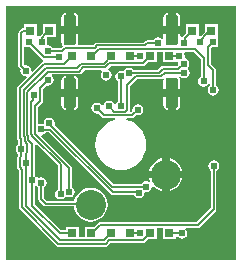
<source format=gtl>
G04*
G04 #@! TF.GenerationSoftware,Altium Limited,Altium Designer,20.0.14 (345)*
G04*
G04 Layer_Physical_Order=1*
G04 Layer_Color=255*
%FSLAX25Y25*%
%MOIN*%
G70*
G01*
G75*
%ADD10C,0.00600*%
%ADD14R,0.02000X0.02400*%
%ADD15R,0.03150X0.02953*%
G04:AMPARAMS|DCode=21|XSize=43.31mil|YSize=102.36mil|CornerRadius=10.83mil|HoleSize=0mil|Usage=FLASHONLY|Rotation=0.000|XOffset=0mil|YOffset=0mil|HoleType=Round|Shape=RoundedRectangle|*
%AMROUNDEDRECTD21*
21,1,0.04331,0.08071,0,0,0.0*
21,1,0.02165,0.10236,0,0,0.0*
1,1,0.02165,0.01083,-0.04035*
1,1,0.02165,-0.01083,-0.04035*
1,1,0.02165,-0.01083,0.04035*
1,1,0.02165,0.01083,0.04035*
%
%ADD21ROUNDEDRECTD21*%
%ADD22C,0.10000*%
%ADD23C,0.02400*%
G36*
X38350Y-38350D02*
X-38350D01*
Y46224D01*
X38350D01*
Y-38350D01*
D02*
G37*
%LPC*%
G36*
X18258Y43946D02*
Y39478D01*
X19806D01*
Y42264D01*
X19676Y42920D01*
X19304Y43477D01*
X18747Y43849D01*
X18258Y43946D01*
D02*
G37*
G36*
X15758D02*
X15269Y43849D01*
X14712Y43477D01*
X14340Y42920D01*
X14209Y42264D01*
Y39478D01*
X15758D01*
Y43946D01*
D02*
G37*
G36*
X-15758D02*
Y39478D01*
X-14209D01*
Y42264D01*
X-14340Y42920D01*
X-14712Y43477D01*
X-15269Y43849D01*
X-15758Y43946D01*
D02*
G37*
G36*
X-18258D02*
X-18747Y43849D01*
X-19304Y43477D01*
X-19676Y42920D01*
X-19806Y42264D01*
Y39478D01*
X-18258D01*
Y43946D01*
D02*
G37*
G36*
X32324Y40076D02*
X27975D01*
Y37473D01*
X26602Y36100D01*
X26025D01*
Y40076D01*
X21676D01*
Y37221D01*
X20657Y36203D01*
X20458Y35905D01*
X20306Y35868D01*
X19806Y36259D01*
Y36978D01*
X14209D01*
Y35356D01*
X13710Y35204D01*
X13647Y35298D01*
X13051Y35696D01*
X12349Y35835D01*
X11647Y35696D01*
X11051Y35298D01*
X10664Y34718D01*
X8700D01*
X8349Y34648D01*
X8051Y34449D01*
X7620Y34018D01*
X-7849D01*
X-8200Y33948D01*
X-8498Y33749D01*
X-9119Y33128D01*
X-14058D01*
X-14322Y33628D01*
X-14209Y34193D01*
Y36978D01*
X-19806D01*
Y34193D01*
X-19676Y33536D01*
X-19536Y33328D01*
X-19359Y32908D01*
X-19602Y32595D01*
X-20080Y32118D01*
X-22613D01*
X-22867Y32498D01*
X-23463Y32896D01*
X-24165Y33035D01*
X-24314Y33006D01*
X-24700Y33323D01*
Y35853D01*
X-24629Y35924D01*
X-21676D01*
Y40076D01*
X-26025D01*
Y37123D01*
X-26949Y36199D01*
X-27015Y36100D01*
X-27900Y36100D01*
X-27975Y36569D01*
Y40076D01*
X-32324D01*
Y38918D01*
X-32500D01*
X-32851Y38848D01*
X-33149Y38649D01*
X-33849Y37949D01*
X-34048Y37651D01*
X-34118Y37300D01*
Y26183D01*
X-34048Y25832D01*
X-33849Y25534D01*
X-33423Y25108D01*
X-33512Y24660D01*
X-33373Y23958D01*
X-32975Y23362D01*
X-32379Y22964D01*
X-31677Y22825D01*
X-31527Y22855D01*
X-31281Y22394D01*
X-34249Y19426D01*
X-34448Y19128D01*
X-34518Y18777D01*
Y2264D01*
X-34448Y1913D01*
X-34249Y1616D01*
X-34218Y1584D01*
Y-13D01*
X-34549Y-234D01*
X-34947Y-830D01*
X-35086Y-1532D01*
X-34947Y-2234D01*
X-34549Y-2830D01*
X-34142Y-3101D01*
X-34111Y-3613D01*
X-34417Y-3919D01*
X-34616Y-4217D01*
X-34686Y-4568D01*
Y-7600D01*
X-34616Y-7951D01*
X-34417Y-8249D01*
X-33886Y-8780D01*
Y-20870D01*
X-33816Y-21221D01*
X-33617Y-21519D01*
X-21473Y-33664D01*
X-21376Y-33728D01*
X-21311Y-33825D01*
X-21013Y-34024D01*
X-20662Y-34094D01*
X-5086D01*
X-4735Y-34024D01*
X-4437Y-33825D01*
X-3406Y-32794D01*
X7376D01*
X7727Y-32724D01*
X8024Y-32525D01*
X8973Y-31576D01*
X12025D01*
Y-27718D01*
X13975D01*
Y-31576D01*
X18324D01*
Y-30754D01*
X18824Y-30632D01*
X19002Y-30898D01*
X19598Y-31296D01*
X20300Y-31435D01*
X21002Y-31296D01*
X21598Y-30898D01*
X21996Y-30302D01*
X22135Y-29600D01*
X21996Y-28898D01*
X21598Y-28302D01*
X21471Y-28218D01*
X21623Y-27718D01*
X25600D01*
X25951Y-27648D01*
X26249Y-27449D01*
X31623Y-22075D01*
X31822Y-21777D01*
X31892Y-21426D01*
Y-8647D01*
X32272Y-8393D01*
X32670Y-7798D01*
X32809Y-7096D01*
X32670Y-6393D01*
X32272Y-5798D01*
X31676Y-5400D01*
X30974Y-5260D01*
X30272Y-5400D01*
X29676Y-5798D01*
X29278Y-6393D01*
X29139Y-7096D01*
X29278Y-7798D01*
X29676Y-8393D01*
X30056Y-8647D01*
Y-21046D01*
X25220Y-25882D01*
X-7052D01*
X-7403Y-25952D01*
X-7701Y-26151D01*
X-8973Y-27424D01*
X-12025D01*
Y-30959D01*
X-13975D01*
Y-27424D01*
X-18324D01*
Y-28582D01*
X-19889D01*
X-28533Y-19938D01*
Y-13898D01*
X-28033Y-13746D01*
X-27882Y-13973D01*
X-27502Y-14227D01*
Y-18116D01*
X-27432Y-18467D01*
X-27233Y-18765D01*
X-25649Y-20349D01*
X-25351Y-20548D01*
X-25000Y-20618D01*
X-15567D01*
X-15456Y-21462D01*
X-14892Y-22824D01*
X-13994Y-23994D01*
X-12824Y-24892D01*
X-11462Y-25456D01*
X-10000Y-25648D01*
X-8538Y-25456D01*
X-7176Y-24892D01*
X-6006Y-23994D01*
X-5108Y-22824D01*
X-4544Y-21462D01*
X-4352Y-20000D01*
X-4544Y-18538D01*
X-5108Y-17176D01*
X-6006Y-16006D01*
X-7176Y-15108D01*
X-8538Y-14544D01*
X-10000Y-14352D01*
X-11462Y-14544D01*
X-12824Y-15108D01*
X-13994Y-16006D01*
X-14892Y-17176D01*
X-15456Y-18538D01*
X-15488Y-18782D01*
X-24620D01*
X-25667Y-17736D01*
Y-14227D01*
X-25287Y-13973D01*
X-24889Y-13377D01*
X-24749Y-12675D01*
X-24889Y-11973D01*
X-25287Y-11377D01*
X-25882Y-10979D01*
X-26584Y-10840D01*
X-27287Y-10979D01*
X-27420Y-11069D01*
X-28082Y-10909D01*
X-28253Y-10653D01*
X-28533Y-10466D01*
Y-169D01*
X-28033Y38D01*
X-20997Y-6998D01*
Y-14894D01*
X-21377Y-15148D01*
X-21775Y-15743D01*
X-21915Y-16445D01*
X-21775Y-17148D01*
X-21377Y-17743D01*
X-20782Y-18141D01*
X-20079Y-18281D01*
X-19377Y-18141D01*
X-18782Y-17743D01*
X-18384Y-17148D01*
X-18359Y-17138D01*
X-17840Y-17485D01*
X-17138Y-17624D01*
X-16435Y-17485D01*
X-15840Y-17087D01*
X-15442Y-16491D01*
X-15302Y-15789D01*
X-15442Y-15087D01*
X-15840Y-14491D01*
X-16220Y-14237D01*
Y-7863D01*
X-16290Y-7511D01*
X-16489Y-7214D01*
X-26463Y2761D01*
X-26268Y3273D01*
X-25768Y3373D01*
X-25172Y3770D01*
X-24959Y4090D01*
X-24024D01*
X-3345Y-16589D01*
X-3048Y-16788D01*
X-2697Y-16858D01*
X4341D01*
X4702Y-17398D01*
X5298Y-17796D01*
X6000Y-17935D01*
X6702Y-17796D01*
X7298Y-17398D01*
X7696Y-16802D01*
X7835Y-16100D01*
X8279Y-15769D01*
X8492Y-15812D01*
X9194Y-15672D01*
X9789Y-15274D01*
X10187Y-14679D01*
X10327Y-13976D01*
X10315Y-13914D01*
X10782Y-13702D01*
X11006Y-13994D01*
X12176Y-14892D01*
X13538Y-15456D01*
X13750Y-15484D01*
Y-11250D01*
X9516D01*
X9544Y-11462D01*
X9803Y-12086D01*
X9399Y-12418D01*
X9194Y-12281D01*
X8492Y-12141D01*
X7789Y-12281D01*
X7194Y-12679D01*
X6940Y-13059D01*
X-2442D01*
X-22076Y6576D01*
X-21971Y7108D01*
X-22110Y7810D01*
X-22508Y8405D01*
X-23104Y8803D01*
X-23806Y8943D01*
X-24508Y8803D01*
X-25104Y8405D01*
X-25501Y7810D01*
X-25622Y7206D01*
X-25657Y7098D01*
X-26096Y6829D01*
X-26470Y6903D01*
X-27152Y6768D01*
X-27241Y6759D01*
X-27652Y7022D01*
Y12420D01*
X-26251Y13821D01*
X-26052Y14119D01*
X-25982Y14470D01*
Y18392D01*
X-24613Y19761D01*
X-24165Y19671D01*
X-23463Y19811D01*
X-22867Y20209D01*
X-22469Y20804D01*
X-22330Y21507D01*
X-22469Y22209D01*
X-22867Y22804D01*
X-22984Y22882D01*
X-22832Y23382D01*
X-13855D01*
X-13504Y23452D01*
X-13206Y23651D01*
X-12075Y24782D01*
X-6442D01*
X-6254Y24282D01*
X-6566Y23814D01*
X-6706Y23112D01*
X-6566Y22410D01*
X-6169Y21814D01*
X-5573Y21416D01*
X-4871Y21277D01*
X-4169Y21416D01*
X-3573Y21814D01*
X-3175Y22410D01*
X-3036Y23112D01*
X-3175Y23814D01*
X-3573Y24410D01*
X-4126Y24779D01*
X-4178Y24857D01*
X-4274Y25338D01*
X-3430Y26182D01*
X7352D01*
X7703Y26252D01*
X8001Y26451D01*
X8973Y27424D01*
X12025D01*
Y30982D01*
X13975D01*
Y27424D01*
X18324D01*
Y27646D01*
X18433Y27714D01*
X19068Y27571D01*
X19226Y27309D01*
X19165Y27000D01*
X19254Y26552D01*
X18820Y26118D01*
X13900D01*
X13549Y26048D01*
X13251Y25849D01*
X12220Y24818D01*
X4306D01*
X4119Y25098D01*
X3524Y25496D01*
X2821Y25635D01*
X2119Y25496D01*
X1524Y25098D01*
X1229Y24657D01*
X807Y24457D01*
X601Y24428D01*
X0Y24547D01*
X-702Y24407D01*
X-1298Y24010D01*
X-1696Y23414D01*
X-1835Y22712D01*
X-1696Y22009D01*
X-1298Y21414D01*
X-918Y21160D01*
Y14552D01*
X-1298Y14298D01*
X-1696Y13702D01*
X-1782Y13268D01*
X-2292D01*
X-2328Y13449D01*
X-2726Y14044D01*
X-3321Y14442D01*
X-4023Y14582D01*
X-4726Y14442D01*
X-5321Y14044D01*
X-5719Y13449D01*
X-5825Y12916D01*
X-6100Y12851D01*
X-6345Y12863D01*
X-6702Y13398D01*
X-7298Y13796D01*
X-8000Y13935D01*
X-8702Y13796D01*
X-9298Y13398D01*
X-9696Y12802D01*
X-9835Y12100D01*
X-9696Y11398D01*
X-9298Y10802D01*
X-8702Y10404D01*
X-8000Y10265D01*
X-7552Y10354D01*
X-6249Y9051D01*
X-5951Y8852D01*
X-5600Y8782D01*
X-1963D01*
X-1889Y8282D01*
X-3259Y7867D01*
X-4731Y7080D01*
X-6021Y6021D01*
X-7080Y4731D01*
X-7867Y3259D01*
X-8351Y1661D01*
X-8515Y0D01*
X-8351Y-1661D01*
X-7867Y-3259D01*
X-7080Y-4731D01*
X-6021Y-6021D01*
X-4731Y-7080D01*
X-3259Y-7867D01*
X-1661Y-8351D01*
X0Y-8515D01*
X1661Y-8351D01*
X3259Y-7867D01*
X4731Y-7080D01*
X6021Y-6021D01*
X7080Y-4731D01*
X7867Y-3259D01*
X8351Y-1661D01*
X8515Y0D01*
X8351Y1661D01*
X7867Y3259D01*
X7080Y4731D01*
X6021Y6021D01*
X4731Y7080D01*
X3259Y7867D01*
X1889Y8282D01*
X1963Y8782D01*
X3728D01*
X4080Y8852D01*
X4377Y9051D01*
X5158Y9832D01*
X5607Y9743D01*
X6309Y9883D01*
X6904Y10281D01*
X7302Y10876D01*
X7442Y11578D01*
X7302Y12281D01*
X6904Y12876D01*
X6309Y13274D01*
X5607Y13413D01*
X4904Y13274D01*
X4309Y12876D01*
X3911Y12281D01*
X3771Y11578D01*
X3831Y11281D01*
X3455Y10905D01*
X3430Y10910D01*
X3069Y11270D01*
X3139Y11621D01*
Y19546D01*
X5375Y21782D01*
X13300D01*
X13651Y21852D01*
X13910Y22026D01*
X14053Y21957D01*
X14320Y21715D01*
X14209Y21161D01*
Y18376D01*
X19806D01*
Y21161D01*
X19676Y21818D01*
X19304Y22375D01*
X19187Y22453D01*
X19326Y22961D01*
X19619Y22977D01*
X19802Y22702D01*
X20398Y22304D01*
X21100Y22165D01*
X21802Y22304D01*
X22398Y22702D01*
X22796Y23298D01*
X22935Y24000D01*
X22796Y24702D01*
X22398Y25298D01*
X22298Y25365D01*
Y25702D01*
X22696Y26298D01*
X22835Y27000D01*
X22696Y27702D01*
X22298Y28298D01*
X21702Y28696D01*
X21626Y28711D01*
X21274Y29291D01*
X21335Y29600D01*
X21196Y30302D01*
X21075Y30482D01*
X21342Y30982D01*
X24220D01*
X26667Y28536D01*
Y22648D01*
X26287Y22393D01*
X25889Y21798D01*
X25749Y21096D01*
X25889Y20393D01*
X26287Y19798D01*
X26882Y19400D01*
X27584Y19261D01*
X28287Y19400D01*
X28882Y19798D01*
X29280Y20393D01*
X29362Y20807D01*
X29382Y20908D01*
X29877Y20859D01*
X29882Y20830D01*
Y19752D01*
X29502Y19498D01*
X29104Y18902D01*
X28965Y18200D01*
X29104Y17498D01*
X29502Y16902D01*
X30098Y16504D01*
X30800Y16365D01*
X31502Y16504D01*
X32098Y16902D01*
X32496Y17498D01*
X32635Y18200D01*
X32496Y18902D01*
X32098Y19498D01*
X31718Y19752D01*
Y24800D01*
X31648Y25151D01*
X31449Y25449D01*
X29918Y26980D01*
Y32020D01*
X30398Y32500D01*
X32300D01*
Y35924D01*
X32324D01*
Y40076D01*
D02*
G37*
G36*
X-15758Y22844D02*
Y18376D01*
X-14209D01*
Y21161D01*
X-14340Y21818D01*
X-14712Y22375D01*
X-15269Y22747D01*
X-15758Y22844D01*
D02*
G37*
G36*
X-18258D02*
X-18747Y22747D01*
X-19304Y22375D01*
X-19676Y21818D01*
X-19806Y21161D01*
Y18376D01*
X-18258D01*
Y22844D01*
D02*
G37*
G36*
X19806Y15876D02*
X18258D01*
Y11408D01*
X18747Y11506D01*
X19304Y11877D01*
X19676Y12434D01*
X19806Y13091D01*
Y15876D01*
D02*
G37*
G36*
X15758D02*
X14209D01*
Y13091D01*
X14340Y12434D01*
X14712Y11877D01*
X15269Y11506D01*
X15758Y11408D01*
Y15876D01*
D02*
G37*
G36*
X-14209D02*
X-15758D01*
Y11408D01*
X-15269Y11506D01*
X-14712Y11877D01*
X-14340Y12434D01*
X-14209Y13091D01*
Y15876D01*
D02*
G37*
G36*
X-18258D02*
X-19806D01*
Y13091D01*
X-19676Y12434D01*
X-19304Y11877D01*
X-18747Y11506D01*
X-18258Y11408D01*
Y15876D01*
D02*
G37*
G36*
X16250Y-4516D02*
Y-8750D01*
X20484D01*
X20456Y-8538D01*
X19892Y-7176D01*
X18994Y-6006D01*
X17824Y-5108D01*
X16462Y-4544D01*
X16250Y-4516D01*
D02*
G37*
G36*
X13750D02*
X13538Y-4544D01*
X12176Y-5108D01*
X11006Y-6006D01*
X10108Y-7176D01*
X9544Y-8538D01*
X9516Y-8750D01*
X13750D01*
Y-4516D01*
D02*
G37*
G36*
X20484Y-11250D02*
X16250D01*
Y-15484D01*
X16462Y-15456D01*
X17824Y-14892D01*
X18994Y-13994D01*
X19892Y-12824D01*
X20456Y-11462D01*
X20484Y-11250D01*
D02*
G37*
%LPD*%
G36*
X-26349Y28451D02*
X-26051Y28252D01*
X-25938Y28230D01*
X-25872Y27939D01*
X-25885Y27709D01*
X-26126Y27549D01*
X-29411Y24264D01*
X-29872Y24510D01*
X-29842Y24660D01*
X-29982Y25362D01*
X-30380Y25958D01*
X-30975Y26356D01*
X-31677Y26495D01*
X-31822Y26466D01*
X-32282Y26857D01*
Y32500D01*
X-30398D01*
X-26349Y28451D01*
D02*
G37*
D10*
X24600Y31900D02*
X27584Y28916D01*
Y21096D02*
Y28916D01*
X-19780Y-16146D02*
X-19680Y-16246D01*
X-28500Y3500D02*
X-17138Y-7863D01*
Y-15789D02*
Y-7863D01*
X-29700Y3003D02*
X-20079Y-6617D01*
Y-16445D02*
Y-6617D01*
X-28570Y4023D02*
Y12800D01*
X-28500Y3500D02*
Y3953D01*
X-28570Y4023D02*
X-28500Y3953D01*
X-33768Y-7600D02*
Y-4568D01*
Y-7600D02*
X-32968Y-8400D01*
X-33151Y-3951D02*
Y-1532D01*
X-33768Y-4568D02*
X-33151Y-3951D01*
X-26570Y5068D02*
X-26509Y5008D01*
X-23644D01*
X-28570Y12800D02*
X-26900Y14470D01*
Y18772D01*
X-24165Y21507D01*
X-29200Y14800D02*
Y16500D01*
X-23779Y31200D02*
X-19700D01*
X-18690Y32210D01*
X-8000Y12100D02*
X-5600Y9700D01*
X3728D01*
X5707Y11678D01*
X-29800Y3556D02*
X-29700Y3455D01*
Y3003D02*
Y3455D01*
X-29800Y3556D02*
Y14200D01*
X-32100Y1082D02*
Y2461D01*
X-33300Y-1383D02*
X-33151Y-1532D01*
X-32100Y1082D02*
X-31151Y133D01*
X-32400Y18138D02*
X-24938Y25600D01*
X-33300Y-1383D02*
Y1964D01*
X-32400Y2761D02*
X-32100Y2461D01*
X-31200Y3258D02*
Y17500D01*
X-31668Y-20332D02*
Y-3115D01*
X-33600Y2264D02*
X-33300Y1964D01*
X-31668Y-3115D02*
X-31151Y-2598D01*
X-32400Y2761D02*
Y18138D01*
X-31200Y3258D02*
X-30900Y2959D01*
X-31200Y17500D02*
X-24400Y24300D01*
X-30900Y1579D02*
Y2959D01*
X-33600Y2264D02*
Y18777D01*
X-31151Y-2598D02*
Y133D01*
X-33600Y18777D02*
X-25477Y26900D01*
X-18690Y32210D02*
X-8739D01*
X-7849Y33100D01*
X8000D01*
X8700Y33800D01*
X12549D01*
X21000D02*
X21306Y34106D01*
X-29800Y14200D02*
X-29200Y14800D01*
X-32968Y-20870D02*
Y-8400D01*
X-29451Y-11951D02*
Y130D01*
X-30900Y1579D02*
X-29451Y130D01*
X12600Y23900D02*
X13900Y25200D01*
X19200D01*
X21000Y27000D01*
X2221Y11621D02*
Y19927D01*
X4995Y22700D01*
X1500Y10900D02*
X2221Y11621D01*
X13300Y22700D02*
X14600Y24000D01*
X4995Y22700D02*
X13300D01*
X-7052Y-26800D02*
X25600D01*
X30974Y-21426D01*
Y-7096D01*
X-23972Y31293D02*
X-23779Y31100D01*
X23752Y38000D02*
X23850D01*
X21306Y35554D02*
X23752Y38000D01*
X21306Y34106D02*
Y35554D01*
X-24165Y31100D02*
X-23972Y31293D01*
X-25700Y29100D02*
X-20503D01*
X-30700Y34100D02*
Y34300D01*
Y34100D02*
X-25700Y29100D01*
X-33200Y26183D02*
X-31677Y24660D01*
X-33200Y26183D02*
Y37300D01*
X-32500Y38000D01*
X-30150D01*
X-23949D02*
X-23850D01*
X-25125Y36824D02*
X-23949Y38000D01*
X-25125Y36725D02*
Y36824D01*
X-26300Y35550D02*
X-25125Y36725D01*
X-26300Y34300D02*
Y35550D01*
X26300Y34500D02*
X28875Y37075D01*
X26300Y34300D02*
Y34500D01*
X30800Y18200D02*
Y24800D01*
X29000Y26600D02*
X30800Y24800D01*
X30700Y34100D02*
Y34300D01*
X29000Y32400D02*
X30700Y34100D01*
X29000Y26600D02*
Y32400D01*
X-32968Y-20870D02*
X-20824Y-33015D01*
X-20662Y-33176D02*
X-5086D01*
X-337Y22512D02*
X-279Y22455D01*
X-3747Y12370D02*
Y12647D01*
X-2276Y10900D02*
X1500D01*
X-3747Y12370D02*
X-2276Y10900D01*
X-23644Y5008D02*
X-2697Y-15940D01*
X-25000Y-19700D02*
X-10300D01*
X-26584Y-18116D02*
Y-12675D01*
Y-18116D02*
X-25000Y-19700D01*
X-25477Y26900D02*
X-18848D01*
X-31668Y-20332D02*
X-20124Y-31876D01*
X-29451Y-20318D02*
X-20269Y-29500D01*
X-29451Y-20318D02*
Y-11951D01*
X-3786Y-31876D02*
X7376D01*
X-5086Y-33176D02*
X-3786Y-31876D01*
X9752Y-29500D02*
X9850D01*
X7376Y-31876D02*
X9752Y-29500D01*
X-20269D02*
X-16150D01*
X-20124Y-31876D02*
X-5624D01*
X-3248Y-29500D01*
X-3150D01*
X-9850D02*
X-9752D01*
X-7052Y-26800D01*
X3150Y-29500D02*
X3158Y-29492D01*
X6508D01*
X16250Y-29600D02*
X20300D01*
X16150Y-29500D02*
X16250Y-29600D01*
X-12455Y25700D02*
X-5210D01*
X-13855Y24300D02*
X-12455Y25700D01*
X-24400Y24300D02*
X-13855D01*
X-24938Y25600D02*
X-14724D01*
X-13324Y27000D02*
X-5748D01*
X-14724Y25600D02*
X-13324Y27000D01*
X-18848Y26900D02*
X-16248Y29500D01*
X-16150D01*
X-3810Y27100D02*
X7352D01*
X-5210Y25700D02*
X-3810Y27100D01*
X9752Y29500D02*
X9850D01*
X7352Y27100D02*
X9752Y29500D01*
X-3248D02*
X-3150D01*
X-5748Y27000D02*
X-3248Y29500D01*
X-2697Y-15940D02*
X5840D01*
X6000Y-16100D01*
X-2822Y-13976D02*
X8492D01*
X-23806Y7008D02*
X-2822Y-13976D01*
X-9850Y29500D02*
X-9752D01*
X-7352Y31900D01*
X24600D01*
X6485Y29500D02*
X6526Y29459D01*
X3150Y29500D02*
X6485D01*
X16150D02*
X19500D01*
X16051D02*
X16150D01*
X2921Y23900D02*
X12600D01*
X14600Y24000D02*
X21000D01*
X0Y13247D02*
Y22512D01*
X-4871Y23112D02*
X-4767Y23008D01*
X-10300Y-19700D02*
X-10000Y-20000D01*
D14*
X26300Y34300D02*
D03*
X30700D02*
D03*
X-26300D02*
D03*
X-30700D02*
D03*
D15*
X23850Y38000D02*
D03*
X30150D02*
D03*
X-30150D02*
D03*
X-23850D02*
D03*
X-16150Y-29500D02*
D03*
X-9850D02*
D03*
X9850D02*
D03*
X16150D02*
D03*
X-3150D02*
D03*
X3150D02*
D03*
X9850Y29500D02*
D03*
X16150D02*
D03*
X-3150D02*
D03*
X3150D02*
D03*
X-16150D02*
D03*
X-9850D02*
D03*
D21*
X17008Y17126D02*
D03*
X-17008Y38228D02*
D03*
Y17126D02*
D03*
X17008Y38228D02*
D03*
D22*
X-10000Y-20000D02*
D03*
X15000Y-10000D02*
D03*
D23*
X-24280Y-16500D02*
D03*
X-17138Y-15789D02*
D03*
X-20079Y-16445D02*
D03*
X-26470Y5068D02*
D03*
X-33251Y-1532D02*
D03*
X21200Y34000D02*
D03*
X12349D02*
D03*
X-24165Y31200D02*
D03*
Y21507D02*
D03*
X-20503Y29100D02*
D03*
X-31677Y24660D02*
D03*
X-29000Y16500D02*
D03*
X30800Y18200D02*
D03*
X31100Y31000D02*
D03*
X-29000Y29000D02*
D03*
X-24000Y18500D02*
D03*
X26800Y5000D02*
D03*
X28000Y-28000D02*
D03*
X-29000Y-29000D02*
D03*
X-17000Y-23000D02*
D03*
X-8000Y23000D02*
D03*
X11000Y26000D02*
D03*
X-12500Y2000D02*
D03*
X-31668Y-6279D02*
D03*
X-29551Y-11951D02*
D03*
X30974Y-7096D02*
D03*
X6408Y-29492D02*
D03*
X20300Y-29600D02*
D03*
X6000Y-16100D02*
D03*
X8492Y-13976D02*
D03*
X27584Y21096D02*
D03*
X6400Y29500D02*
D03*
X19500Y29600D02*
D03*
X2821Y23800D02*
D03*
X0Y22712D02*
D03*
X-4871Y23112D02*
D03*
X21000Y27000D02*
D03*
X-8000Y12100D02*
D03*
X21100Y24000D02*
D03*
X-26584Y-12675D02*
D03*
X-23806Y7108D02*
D03*
X0Y13000D02*
D03*
X5607Y11578D02*
D03*
X-4023Y12747D02*
D03*
M02*

</source>
